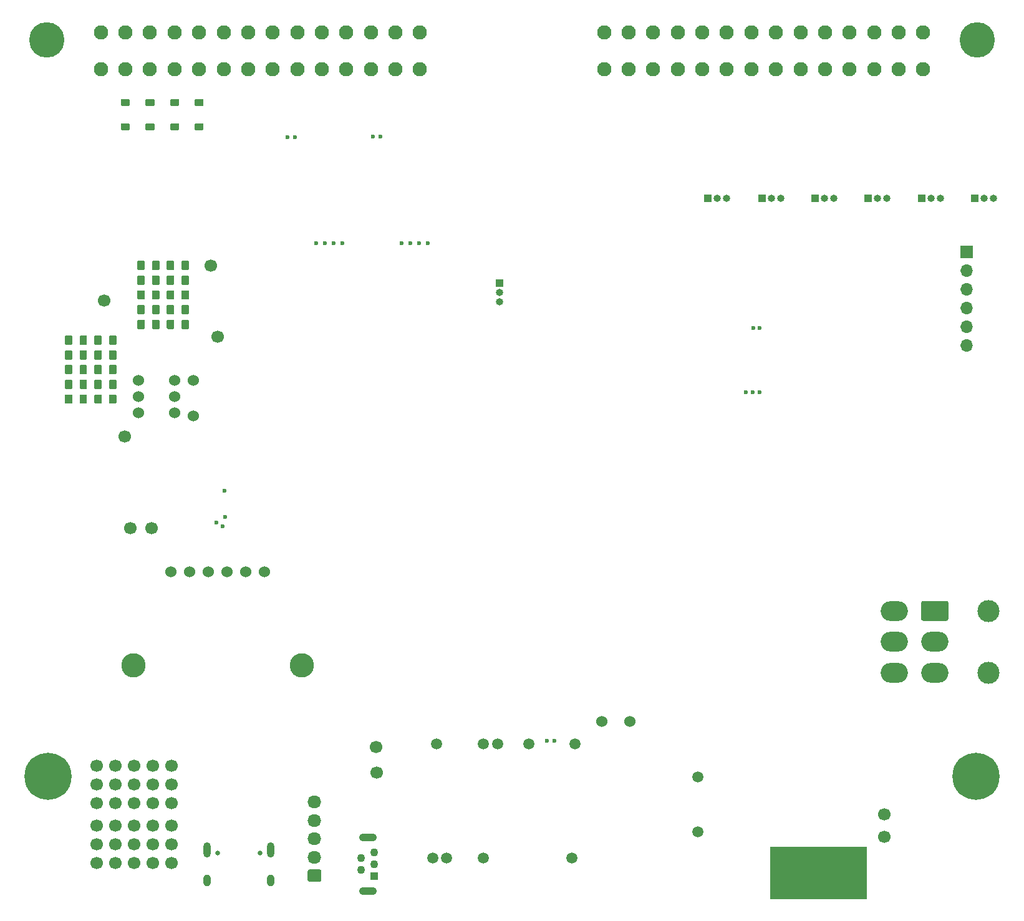
<source format=gbs>
G04 #@! TF.GenerationSoftware,KiCad,Pcbnew,8.0.2-8.0.2-0~ubuntu22.04.1*
G04 #@! TF.CreationDate,2024-05-16T19:59:53+00:00*
G04 #@! TF.ProjectId,uaefi,75616566-692e-46b6-9963-61645f706362,C*
G04 #@! TF.SameCoordinates,Original*
G04 #@! TF.FileFunction,Soldermask,Bot*
G04 #@! TF.FilePolarity,Negative*
%FSLAX46Y46*%
G04 Gerber Fmt 4.6, Leading zero omitted, Abs format (unit mm)*
G04 Created by KiCad (PCBNEW 8.0.2-8.0.2-0~ubuntu22.04.1) date 2024-05-16 19:59:53*
%MOMM*%
%LPD*%
G01*
G04 APERTURE LIST*
%ADD10C,0.120000*%
%ADD11R,1.000000X1.000000*%
%ADD12O,1.000000X1.000000*%
%ADD13C,1.500000*%
%ADD14C,1.700000*%
%ADD15C,0.800000*%
%ADD16C,6.400000*%
%ADD17C,4.800000*%
%ADD18C,1.952400*%
%ADD19C,1.524000*%
%ADD20O,1.850000X1.700000*%
%ADD21C,0.600000*%
%ADD22R,1.100000X1.100000*%
%ADD23C,1.100000*%
%ADD24O,2.400000X1.100000*%
%ADD25C,0.599999*%
%ADD26C,0.650000*%
%ADD27O,1.000000X2.100000*%
%ADD28O,1.000000X1.600000*%
%ADD29R,1.700000X1.700000*%
%ADD30O,1.700000X1.700000*%
%ADD31C,3.302000*%
%ADD32C,3.000000*%
%ADD33O,3.700000X2.700000*%
G04 APERTURE END LIST*
D10*
G04 #@! TO.C,U5*
X115550000Y375000D02*
X102550000Y375000D01*
X102550000Y7375000D01*
X115550000Y7375000D01*
X115550000Y375000D01*
G36*
X115550000Y375000D02*
G01*
X102550000Y375000D01*
X102550000Y7375000D01*
X115550000Y7375000D01*
X115550000Y375000D01*
G37*
G04 #@! TD*
D11*
G04 #@! TO.C,JP3*
X115877500Y95475000D03*
D12*
X117147500Y95475000D03*
X118417500Y95475000D03*
G04 #@! TD*
D11*
G04 #@! TO.C,JP1*
X130317500Y95475000D03*
D12*
X131587500Y95475000D03*
X132857500Y95475000D03*
G04 #@! TD*
D13*
G04 #@! TO.C,BT1*
X92700000Y16924925D03*
X92700000Y9425067D03*
G04 #@! TD*
D14*
G04 #@! TO.C,P8*
X118075000Y11825000D03*
G04 #@! TD*
G04 #@! TO.C,G3*
X11105000Y18382000D03*
X13645000Y18382000D03*
X16185000Y18382000D03*
X18725000Y18382000D03*
X21265000Y18382000D03*
X11105000Y15842000D03*
X13645000Y15842000D03*
X16185000Y15842000D03*
X18725000Y15842000D03*
X21265000Y15842000D03*
X11105000Y13302000D03*
X13645000Y13302000D03*
X16185000Y13302000D03*
X18725000Y13302000D03*
X21265000Y13302000D03*
G04 #@! TD*
G04 #@! TO.C,P1*
X18562505Y50643334D03*
G04 #@! TD*
G04 #@! TO.C,P2*
X15662505Y50643334D03*
G04 #@! TD*
D11*
G04 #@! TO.C,JP7*
X65775000Y83940000D03*
D12*
X65775000Y82670000D03*
X65775000Y81400000D03*
G04 #@! TD*
D14*
G04 #@! TO.C,P15*
X26645000Y86300000D03*
G04 #@! TD*
D15*
G04 #@! TO.C,H1*
X2100000Y17000000D03*
X2802944Y18697056D03*
X2802944Y15302944D03*
X4500000Y19400000D03*
D16*
X4500000Y17000000D03*
D15*
X4500000Y14600000D03*
X6197056Y18697056D03*
X6197056Y15302944D03*
X6900000Y17000000D03*
G04 #@! TD*
D17*
G04 #@! TO.C,J1*
X130700000Y117000000D03*
X4300000Y117000000D03*
D18*
X123330000Y118000000D03*
X119996668Y118000000D03*
X116663337Y118000000D03*
X113330006Y118000000D03*
X109996675Y118000000D03*
X106663343Y118000000D03*
X103330012Y118000000D03*
X99996681Y118000000D03*
X96663350Y118000000D03*
X93330018Y118000000D03*
X89996687Y118000000D03*
X86663356Y118000000D03*
X83330025Y118000000D03*
X79996693Y118000000D03*
X79996693Y113000000D03*
X83330025Y113000000D03*
X86663356Y113000000D03*
X89996687Y113000000D03*
X93330018Y113000000D03*
X96663350Y113000000D03*
X99996681Y113000000D03*
X103330012Y113000000D03*
X106663343Y113000000D03*
X109996675Y113000000D03*
X113330006Y113000000D03*
X116663337Y113000000D03*
X119996668Y113000000D03*
X123330000Y113000000D03*
X55010000Y118000000D03*
X51676669Y118000000D03*
X48343338Y118000000D03*
X45010007Y118000000D03*
X41676675Y118000000D03*
X38343344Y118000000D03*
X35010013Y118000000D03*
X31676682Y118000000D03*
X28343350Y118000000D03*
X25010019Y118000000D03*
X21676688Y118000000D03*
X18343357Y118000000D03*
X15010025Y118000000D03*
X11676694Y118000000D03*
X11676694Y113000000D03*
X15010025Y113000000D03*
X18343357Y113000000D03*
X21676688Y113000000D03*
X25010019Y113000000D03*
X28343350Y113000000D03*
X31676682Y113000000D03*
X35010013Y113000000D03*
X38343344Y113000000D03*
X41676675Y113000000D03*
X45010007Y113000000D03*
X48343338Y113000000D03*
X51676669Y113000000D03*
X55010000Y113000000D03*
G04 #@! TD*
D19*
G04 #@! TO.C,F4*
X21685000Y70725000D03*
X16785000Y70725000D03*
G04 #@! TD*
G04 #@! TO.C,J7*
G36*
G01*
X41365000Y2650000D02*
X40015000Y2650000D01*
G75*
G02*
X39765000Y2900000I0J250000D01*
G01*
X39765000Y4100000D01*
G75*
G02*
X40015000Y4350000I250000J0D01*
G01*
X41365000Y4350000D01*
G75*
G02*
X41615000Y4100000I0J-250000D01*
G01*
X41615000Y2900000D01*
G75*
G02*
X41365000Y2650000I-250000J0D01*
G01*
G37*
D20*
X40690000Y6000000D03*
X40690000Y8500000D03*
X40690000Y11000000D03*
X40690000Y13500000D03*
G04 #@! TD*
D14*
G04 #@! TO.C,P4*
X49105000Y17516000D03*
G04 #@! TD*
D11*
G04 #@! TO.C,JP2*
X123117500Y95475000D03*
D12*
X124387500Y95475000D03*
X125657500Y95475000D03*
G04 #@! TD*
D15*
G04 #@! TO.C,H2*
X128100000Y17000000D03*
X128802944Y18697056D03*
X128802944Y15302944D03*
X130500000Y19400000D03*
D16*
X130500000Y17000000D03*
D15*
X130500000Y14600000D03*
X132197056Y18697056D03*
X132197056Y15302944D03*
X132900000Y17000000D03*
G04 #@! TD*
D14*
G04 #@! TO.C,G4*
X11115000Y10305000D03*
X13655000Y10305000D03*
X16195000Y10305000D03*
X18735000Y10305000D03*
X21275000Y10305000D03*
X11115000Y7765000D03*
X13655000Y7765000D03*
X16195000Y7765000D03*
X18735000Y7765000D03*
X21275000Y7765000D03*
X11115000Y5225000D03*
X13655000Y5225000D03*
X16195000Y5225000D03*
X18735000Y5225000D03*
X21275000Y5225000D03*
G04 #@! TD*
D21*
G04 #@! TO.C,M3*
X42090000Y89362500D03*
X40890000Y89362500D03*
X43290000Y89362500D03*
X44490000Y89362500D03*
X38030000Y103787500D03*
X37030000Y103787500D03*
G04 #@! TD*
D14*
G04 #@! TO.C,P17*
X27570000Y76675000D03*
G04 #@! TD*
D19*
G04 #@! TO.C,F3*
X21685000Y68525000D03*
X16785000Y68525000D03*
G04 #@! TD*
D22*
G04 #@! TO.C,J2*
X48800000Y3450000D03*
D23*
X47050000Y4250000D03*
X48800000Y5050000D03*
X47050000Y5850000D03*
X48800000Y6650000D03*
D24*
X47925000Y1400000D03*
X47925000Y8700000D03*
G04 #@! TD*
D21*
G04 #@! TO.C,M2*
X101125000Y69175000D03*
X100175000Y69175000D03*
X99225002Y69175000D03*
X100225000Y77875000D03*
X101125000Y77875000D03*
G04 #@! TD*
D14*
G04 #@! TO.C,P18*
X14945000Y63125000D03*
G04 #@! TD*
D13*
G04 #@! TO.C,M1*
X57225002Y21374996D03*
X63624999Y21374996D03*
X65525002Y21374996D03*
X69825002Y21374996D03*
D21*
X72224999Y21824995D03*
X73225000Y21824995D03*
D13*
X76075002Y21374996D03*
X56775000Y5874999D03*
X58624999Y5874999D03*
X63575002Y5874999D03*
X75625000Y5874999D03*
G04 #@! TD*
D25*
G04 #@! TO.C,M7*
X28225004Y50899996D03*
X27350002Y51424996D03*
X28525006Y52174994D03*
X28450003Y55724995D03*
G04 #@! TD*
D11*
G04 #@! TO.C,JP4*
X108642500Y95475000D03*
D12*
X109912500Y95475000D03*
X111182500Y95475000D03*
G04 #@! TD*
D11*
G04 #@! TO.C,JP6*
X94047500Y95475000D03*
D12*
X95317500Y95475000D03*
X96587500Y95475000D03*
G04 #@! TD*
D19*
G04 #@! TO.C,F1*
X21685000Y66325000D03*
X16785000Y66325000D03*
G04 #@! TD*
D14*
G04 #@! TO.C,P3*
X49080000Y20941000D03*
G04 #@! TD*
D19*
G04 #@! TO.C,R4*
X83530000Y24425000D03*
X79720000Y24425000D03*
G04 #@! TD*
D14*
G04 #@! TO.C,P7*
X118075000Y8750000D03*
G04 #@! TD*
D26*
G04 #@! TO.C,J9*
X27540000Y6525000D03*
X33320000Y6525000D03*
D27*
X26110000Y7025000D03*
D28*
X26110000Y2845000D03*
D27*
X34750000Y7025000D03*
D28*
X34750000Y2845000D03*
G04 #@! TD*
D21*
G04 #@! TO.C,M4*
X53675000Y89400000D03*
X52475000Y89400000D03*
X54875000Y89400000D03*
X56075000Y89400000D03*
X49615000Y103825000D03*
X48615000Y103825000D03*
G04 #@! TD*
D11*
G04 #@! TO.C,JP5*
X101417500Y95475000D03*
D12*
X102687500Y95475000D03*
X103957500Y95475000D03*
G04 #@! TD*
D19*
G04 #@! TO.C,F2*
X24225000Y70775000D03*
X24225000Y65875000D03*
G04 #@! TD*
D29*
G04 #@! TO.C,J6*
X129225000Y88175000D03*
D30*
X129225000Y85635000D03*
X129225000Y83095000D03*
X129225000Y80555000D03*
X129225000Y78015000D03*
X129225000Y75475000D03*
G04 #@! TD*
D31*
G04 #@! TO.C,U3*
X38973000Y32087000D03*
X16113000Y32087000D03*
D19*
X33893000Y44787000D03*
X31353000Y44787000D03*
X28813000Y44787000D03*
X26273000Y44787000D03*
X23733000Y44787000D03*
X21193000Y44787000D03*
G04 #@! TD*
D32*
G04 #@! TO.C,J3*
X132200000Y39450000D03*
X132200000Y31050000D03*
G36*
G01*
X123300001Y40800000D02*
X126499999Y40800000D01*
G75*
G02*
X126750000Y40549999I0J-250001D01*
G01*
X126750000Y38350001D01*
G75*
G02*
X126499999Y38100000I-250001J0D01*
G01*
X123300001Y38100000D01*
G75*
G02*
X123050000Y38350001I0J250001D01*
G01*
X123050000Y40549999D01*
G75*
G02*
X123300001Y40800000I250001J0D01*
G01*
G37*
D33*
X124900000Y35250000D03*
X124900000Y31050000D03*
X119400000Y39450000D03*
X119400000Y35250000D03*
X119400000Y31050000D03*
G04 #@! TD*
D14*
G04 #@! TO.C,P16*
X12170000Y81575000D03*
G04 #@! TD*
G04 #@! TO.C,C10*
G36*
G01*
X16635000Y77825000D02*
X16635000Y78875000D01*
G75*
G02*
X16735000Y78975000I100000J0D01*
G01*
X17535000Y78975000D01*
G75*
G02*
X17635000Y78875000I0J-100000D01*
G01*
X17635000Y77825000D01*
G75*
G02*
X17535000Y77725000I-100000J0D01*
G01*
X16735000Y77725000D01*
G75*
G02*
X16635000Y77825000I0J100000D01*
G01*
G37*
G36*
G01*
X18635000Y77825000D02*
X18635000Y78875000D01*
G75*
G02*
X18735000Y78975000I100000J0D01*
G01*
X19535000Y78975000D01*
G75*
G02*
X19635000Y78875000I0J-100000D01*
G01*
X19635000Y77825000D01*
G75*
G02*
X19535000Y77725000I-100000J0D01*
G01*
X18735000Y77725000D01*
G75*
G02*
X18635000Y77825000I0J100000D01*
G01*
G37*
G04 #@! TD*
G04 #@! TO.C,D4*
G36*
G01*
X15510000Y104725000D02*
X14490000Y104725000D01*
G75*
G02*
X14400000Y104815000I0J90000D01*
G01*
X14400000Y105535000D01*
G75*
G02*
X14490000Y105625000I90000J0D01*
G01*
X15510000Y105625000D01*
G75*
G02*
X15600000Y105535000I0J-90000D01*
G01*
X15600000Y104815000D01*
G75*
G02*
X15510000Y104725000I-90000J0D01*
G01*
G37*
G36*
G01*
X15510000Y108025000D02*
X14490000Y108025000D01*
G75*
G02*
X14400000Y108115000I0J90000D01*
G01*
X14400000Y108835000D01*
G75*
G02*
X14490000Y108925000I90000J0D01*
G01*
X15510000Y108925000D01*
G75*
G02*
X15600000Y108835000I0J-90000D01*
G01*
X15600000Y108115000D01*
G75*
G02*
X15510000Y108025000I-90000J0D01*
G01*
G37*
G04 #@! TD*
G04 #@! TO.C,C7*
G36*
G01*
X16635000Y83825000D02*
X16635000Y84875000D01*
G75*
G02*
X16735000Y84975000I100000J0D01*
G01*
X17535000Y84975000D01*
G75*
G02*
X17635000Y84875000I0J-100000D01*
G01*
X17635000Y83825000D01*
G75*
G02*
X17535000Y83725000I-100000J0D01*
G01*
X16735000Y83725000D01*
G75*
G02*
X16635000Y83825000I0J100000D01*
G01*
G37*
G36*
G01*
X18635000Y83825000D02*
X18635000Y84875000D01*
G75*
G02*
X18735000Y84975000I100000J0D01*
G01*
X19535000Y84975000D01*
G75*
G02*
X19635000Y84875000I0J-100000D01*
G01*
X19635000Y83825000D01*
G75*
G02*
X19535000Y83725000I-100000J0D01*
G01*
X18735000Y83725000D01*
G75*
G02*
X18635000Y83825000I0J100000D01*
G01*
G37*
G04 #@! TD*
G04 #@! TO.C,C17*
G36*
G01*
X13800000Y70725000D02*
X13800000Y69675000D01*
G75*
G02*
X13700000Y69575000I-100000J0D01*
G01*
X12900000Y69575000D01*
G75*
G02*
X12800000Y69675000I0J100000D01*
G01*
X12800000Y70725000D01*
G75*
G02*
X12900000Y70825000I100000J0D01*
G01*
X13700000Y70825000D01*
G75*
G02*
X13800000Y70725000I0J-100000D01*
G01*
G37*
G36*
G01*
X11800000Y70725000D02*
X11800000Y69675000D01*
G75*
G02*
X11700000Y69575000I-100000J0D01*
G01*
X10900000Y69575000D01*
G75*
G02*
X10800000Y69675000I0J100000D01*
G01*
X10800000Y70725000D01*
G75*
G02*
X10900000Y70825000I100000J0D01*
G01*
X11700000Y70825000D01*
G75*
G02*
X11800000Y70725000I0J-100000D01*
G01*
G37*
G04 #@! TD*
G04 #@! TO.C,C3*
G36*
G01*
X23635000Y82875000D02*
X23635000Y81825000D01*
G75*
G02*
X23535000Y81725000I-100000J0D01*
G01*
X22735000Y81725000D01*
G75*
G02*
X22635000Y81825000I0J100000D01*
G01*
X22635000Y82875000D01*
G75*
G02*
X22735000Y82975000I100000J0D01*
G01*
X23535000Y82975000D01*
G75*
G02*
X23635000Y82875000I0J-100000D01*
G01*
G37*
G36*
G01*
X21635000Y82875000D02*
X21635000Y81825000D01*
G75*
G02*
X21535000Y81725000I-100000J0D01*
G01*
X20735000Y81725000D01*
G75*
G02*
X20635000Y81825000I0J100000D01*
G01*
X20635000Y82875000D01*
G75*
G02*
X20735000Y82975000I100000J0D01*
G01*
X21535000Y82975000D01*
G75*
G02*
X21635000Y82875000I0J-100000D01*
G01*
G37*
G04 #@! TD*
G04 #@! TO.C,C23*
G36*
G01*
X6800000Y67675000D02*
X6800000Y68725000D01*
G75*
G02*
X6900000Y68825000I100000J0D01*
G01*
X7700000Y68825000D01*
G75*
G02*
X7800000Y68725000I0J-100000D01*
G01*
X7800000Y67675000D01*
G75*
G02*
X7700000Y67575000I-100000J0D01*
G01*
X6900000Y67575000D01*
G75*
G02*
X6800000Y67675000I0J100000D01*
G01*
G37*
G36*
G01*
X8800000Y67675000D02*
X8800000Y68725000D01*
G75*
G02*
X8900000Y68825000I100000J0D01*
G01*
X9700000Y68825000D01*
G75*
G02*
X9800000Y68725000I0J-100000D01*
G01*
X9800000Y67675000D01*
G75*
G02*
X9700000Y67575000I-100000J0D01*
G01*
X8900000Y67575000D01*
G75*
G02*
X8800000Y67675000I0J100000D01*
G01*
G37*
G04 #@! TD*
G04 #@! TO.C,C1*
G36*
G01*
X23635000Y86875000D02*
X23635000Y85825000D01*
G75*
G02*
X23535000Y85725000I-100000J0D01*
G01*
X22735000Y85725000D01*
G75*
G02*
X22635000Y85825000I0J100000D01*
G01*
X22635000Y86875000D01*
G75*
G02*
X22735000Y86975000I100000J0D01*
G01*
X23535000Y86975000D01*
G75*
G02*
X23635000Y86875000I0J-100000D01*
G01*
G37*
G36*
G01*
X21635000Y86875000D02*
X21635000Y85825000D01*
G75*
G02*
X21535000Y85725000I-100000J0D01*
G01*
X20735000Y85725000D01*
G75*
G02*
X20635000Y85825000I0J100000D01*
G01*
X20635000Y86875000D01*
G75*
G02*
X20735000Y86975000I100000J0D01*
G01*
X21535000Y86975000D01*
G75*
G02*
X21635000Y86875000I0J-100000D01*
G01*
G37*
G04 #@! TD*
G04 #@! TO.C,C14*
G36*
G01*
X13800000Y76725000D02*
X13800000Y75675000D01*
G75*
G02*
X13700000Y75575000I-100000J0D01*
G01*
X12900000Y75575000D01*
G75*
G02*
X12800000Y75675000I0J100000D01*
G01*
X12800000Y76725000D01*
G75*
G02*
X12900000Y76825000I100000J0D01*
G01*
X13700000Y76825000D01*
G75*
G02*
X13800000Y76725000I0J-100000D01*
G01*
G37*
G36*
G01*
X11800000Y76725000D02*
X11800000Y75675000D01*
G75*
G02*
X11700000Y75575000I-100000J0D01*
G01*
X10900000Y75575000D01*
G75*
G02*
X10800000Y75675000I0J100000D01*
G01*
X10800000Y76725000D01*
G75*
G02*
X10900000Y76825000I100000J0D01*
G01*
X11700000Y76825000D01*
G75*
G02*
X11800000Y76725000I0J-100000D01*
G01*
G37*
G04 #@! TD*
G04 #@! TO.C,C19*
G36*
G01*
X6800000Y75675000D02*
X6800000Y76725000D01*
G75*
G02*
X6900000Y76825000I100000J0D01*
G01*
X7700000Y76825000D01*
G75*
G02*
X7800000Y76725000I0J-100000D01*
G01*
X7800000Y75675000D01*
G75*
G02*
X7700000Y75575000I-100000J0D01*
G01*
X6900000Y75575000D01*
G75*
G02*
X6800000Y75675000I0J100000D01*
G01*
G37*
G36*
G01*
X8800000Y75675000D02*
X8800000Y76725000D01*
G75*
G02*
X8900000Y76825000I100000J0D01*
G01*
X9700000Y76825000D01*
G75*
G02*
X9800000Y76725000I0J-100000D01*
G01*
X9800000Y75675000D01*
G75*
G02*
X9700000Y75575000I-100000J0D01*
G01*
X8900000Y75575000D01*
G75*
G02*
X8800000Y75675000I0J100000D01*
G01*
G37*
G04 #@! TD*
G04 #@! TO.C,C4*
G36*
G01*
X23635000Y80875000D02*
X23635000Y79825000D01*
G75*
G02*
X23535000Y79725000I-100000J0D01*
G01*
X22735000Y79725000D01*
G75*
G02*
X22635000Y79825000I0J100000D01*
G01*
X22635000Y80875000D01*
G75*
G02*
X22735000Y80975000I100000J0D01*
G01*
X23535000Y80975000D01*
G75*
G02*
X23635000Y80875000I0J-100000D01*
G01*
G37*
G36*
G01*
X21635000Y80875000D02*
X21635000Y79825000D01*
G75*
G02*
X21535000Y79725000I-100000J0D01*
G01*
X20735000Y79725000D01*
G75*
G02*
X20635000Y79825000I0J100000D01*
G01*
X20635000Y80875000D01*
G75*
G02*
X20735000Y80975000I100000J0D01*
G01*
X21535000Y80975000D01*
G75*
G02*
X21635000Y80875000I0J-100000D01*
G01*
G37*
G04 #@! TD*
G04 #@! TO.C,D2*
G36*
G01*
X22210000Y104725000D02*
X21190000Y104725000D01*
G75*
G02*
X21100000Y104815000I0J90000D01*
G01*
X21100000Y105535000D01*
G75*
G02*
X21190000Y105625000I90000J0D01*
G01*
X22210000Y105625000D01*
G75*
G02*
X22300000Y105535000I0J-90000D01*
G01*
X22300000Y104815000D01*
G75*
G02*
X22210000Y104725000I-90000J0D01*
G01*
G37*
G36*
G01*
X22210000Y108025000D02*
X21190000Y108025000D01*
G75*
G02*
X21100000Y108115000I0J90000D01*
G01*
X21100000Y108835000D01*
G75*
G02*
X21190000Y108925000I90000J0D01*
G01*
X22210000Y108925000D01*
G75*
G02*
X22300000Y108835000I0J-90000D01*
G01*
X22300000Y108115000D01*
G75*
G02*
X22210000Y108025000I-90000J0D01*
G01*
G37*
G04 #@! TD*
G04 #@! TO.C,C21*
G36*
G01*
X6800000Y71675000D02*
X6800000Y72725000D01*
G75*
G02*
X6900000Y72825000I100000J0D01*
G01*
X7700000Y72825000D01*
G75*
G02*
X7800000Y72725000I0J-100000D01*
G01*
X7800000Y71675000D01*
G75*
G02*
X7700000Y71575000I-100000J0D01*
G01*
X6900000Y71575000D01*
G75*
G02*
X6800000Y71675000I0J100000D01*
G01*
G37*
G36*
G01*
X8800000Y71675000D02*
X8800000Y72725000D01*
G75*
G02*
X8900000Y72825000I100000J0D01*
G01*
X9700000Y72825000D01*
G75*
G02*
X9800000Y72725000I0J-100000D01*
G01*
X9800000Y71675000D01*
G75*
G02*
X9700000Y71575000I-100000J0D01*
G01*
X8900000Y71575000D01*
G75*
G02*
X8800000Y71675000I0J100000D01*
G01*
G37*
G04 #@! TD*
G04 #@! TO.C,C16*
G36*
G01*
X13800000Y72725000D02*
X13800000Y71675000D01*
G75*
G02*
X13700000Y71575000I-100000J0D01*
G01*
X12900000Y71575000D01*
G75*
G02*
X12800000Y71675000I0J100000D01*
G01*
X12800000Y72725000D01*
G75*
G02*
X12900000Y72825000I100000J0D01*
G01*
X13700000Y72825000D01*
G75*
G02*
X13800000Y72725000I0J-100000D01*
G01*
G37*
G36*
G01*
X11800000Y72725000D02*
X11800000Y71675000D01*
G75*
G02*
X11700000Y71575000I-100000J0D01*
G01*
X10900000Y71575000D01*
G75*
G02*
X10800000Y71675000I0J100000D01*
G01*
X10800000Y72725000D01*
G75*
G02*
X10900000Y72825000I100000J0D01*
G01*
X11700000Y72825000D01*
G75*
G02*
X11800000Y72725000I0J-100000D01*
G01*
G37*
G04 #@! TD*
G04 #@! TO.C,C22*
G36*
G01*
X6800000Y69675000D02*
X6800000Y70725000D01*
G75*
G02*
X6900000Y70825000I100000J0D01*
G01*
X7700000Y70825000D01*
G75*
G02*
X7800000Y70725000I0J-100000D01*
G01*
X7800000Y69675000D01*
G75*
G02*
X7700000Y69575000I-100000J0D01*
G01*
X6900000Y69575000D01*
G75*
G02*
X6800000Y69675000I0J100000D01*
G01*
G37*
G36*
G01*
X8800000Y69675000D02*
X8800000Y70725000D01*
G75*
G02*
X8900000Y70825000I100000J0D01*
G01*
X9700000Y70825000D01*
G75*
G02*
X9800000Y70725000I0J-100000D01*
G01*
X9800000Y69675000D01*
G75*
G02*
X9700000Y69575000I-100000J0D01*
G01*
X8900000Y69575000D01*
G75*
G02*
X8800000Y69675000I0J100000D01*
G01*
G37*
G04 #@! TD*
G04 #@! TO.C,D3*
G36*
G01*
X25535000Y104725000D02*
X24515000Y104725000D01*
G75*
G02*
X24425000Y104815000I0J90000D01*
G01*
X24425000Y105535000D01*
G75*
G02*
X24515000Y105625000I90000J0D01*
G01*
X25535000Y105625000D01*
G75*
G02*
X25625000Y105535000I0J-90000D01*
G01*
X25625000Y104815000D01*
G75*
G02*
X25535000Y104725000I-90000J0D01*
G01*
G37*
G36*
G01*
X25535000Y108025000D02*
X24515000Y108025000D01*
G75*
G02*
X24425000Y108115000I0J90000D01*
G01*
X24425000Y108835000D01*
G75*
G02*
X24515000Y108925000I90000J0D01*
G01*
X25535000Y108925000D01*
G75*
G02*
X25625000Y108835000I0J-90000D01*
G01*
X25625000Y108115000D01*
G75*
G02*
X25535000Y108025000I-90000J0D01*
G01*
G37*
G04 #@! TD*
G04 #@! TO.C,C5*
G36*
G01*
X23635000Y78875000D02*
X23635000Y77825000D01*
G75*
G02*
X23535000Y77725000I-100000J0D01*
G01*
X22735000Y77725000D01*
G75*
G02*
X22635000Y77825000I0J100000D01*
G01*
X22635000Y78875000D01*
G75*
G02*
X22735000Y78975000I100000J0D01*
G01*
X23535000Y78975000D01*
G75*
G02*
X23635000Y78875000I0J-100000D01*
G01*
G37*
G36*
G01*
X21635000Y78875000D02*
X21635000Y77825000D01*
G75*
G02*
X21535000Y77725000I-100000J0D01*
G01*
X20735000Y77725000D01*
G75*
G02*
X20635000Y77825000I0J100000D01*
G01*
X20635000Y78875000D01*
G75*
G02*
X20735000Y78975000I100000J0D01*
G01*
X21535000Y78975000D01*
G75*
G02*
X21635000Y78875000I0J-100000D01*
G01*
G37*
G04 #@! TD*
G04 #@! TO.C,C15*
G36*
G01*
X13800000Y74725000D02*
X13800000Y73675000D01*
G75*
G02*
X13700000Y73575000I-100000J0D01*
G01*
X12900000Y73575000D01*
G75*
G02*
X12800000Y73675000I0J100000D01*
G01*
X12800000Y74725000D01*
G75*
G02*
X12900000Y74825000I100000J0D01*
G01*
X13700000Y74825000D01*
G75*
G02*
X13800000Y74725000I0J-100000D01*
G01*
G37*
G36*
G01*
X11800000Y74725000D02*
X11800000Y73675000D01*
G75*
G02*
X11700000Y73575000I-100000J0D01*
G01*
X10900000Y73575000D01*
G75*
G02*
X10800000Y73675000I0J100000D01*
G01*
X10800000Y74725000D01*
G75*
G02*
X10900000Y74825000I100000J0D01*
G01*
X11700000Y74825000D01*
G75*
G02*
X11800000Y74725000I0J-100000D01*
G01*
G37*
G04 #@! TD*
G04 #@! TO.C,C8*
G36*
G01*
X16635000Y81825000D02*
X16635000Y82875000D01*
G75*
G02*
X16735000Y82975000I100000J0D01*
G01*
X17535000Y82975000D01*
G75*
G02*
X17635000Y82875000I0J-100000D01*
G01*
X17635000Y81825000D01*
G75*
G02*
X17535000Y81725000I-100000J0D01*
G01*
X16735000Y81725000D01*
G75*
G02*
X16635000Y81825000I0J100000D01*
G01*
G37*
G36*
G01*
X18635000Y81825000D02*
X18635000Y82875000D01*
G75*
G02*
X18735000Y82975000I100000J0D01*
G01*
X19535000Y82975000D01*
G75*
G02*
X19635000Y82875000I0J-100000D01*
G01*
X19635000Y81825000D01*
G75*
G02*
X19535000Y81725000I-100000J0D01*
G01*
X18735000Y81725000D01*
G75*
G02*
X18635000Y81825000I0J100000D01*
G01*
G37*
G04 #@! TD*
G04 #@! TO.C,C9*
G36*
G01*
X16635000Y79825000D02*
X16635000Y80875000D01*
G75*
G02*
X16735000Y80975000I100000J0D01*
G01*
X17535000Y80975000D01*
G75*
G02*
X17635000Y80875000I0J-100000D01*
G01*
X17635000Y79825000D01*
G75*
G02*
X17535000Y79725000I-100000J0D01*
G01*
X16735000Y79725000D01*
G75*
G02*
X16635000Y79825000I0J100000D01*
G01*
G37*
G36*
G01*
X18635000Y79825000D02*
X18635000Y80875000D01*
G75*
G02*
X18735000Y80975000I100000J0D01*
G01*
X19535000Y80975000D01*
G75*
G02*
X19635000Y80875000I0J-100000D01*
G01*
X19635000Y79825000D01*
G75*
G02*
X19535000Y79725000I-100000J0D01*
G01*
X18735000Y79725000D01*
G75*
G02*
X18635000Y79825000I0J100000D01*
G01*
G37*
G04 #@! TD*
G04 #@! TO.C,C6*
G36*
G01*
X16635000Y85825000D02*
X16635000Y86875000D01*
G75*
G02*
X16735000Y86975000I100000J0D01*
G01*
X17535000Y86975000D01*
G75*
G02*
X17635000Y86875000I0J-100000D01*
G01*
X17635000Y85825000D01*
G75*
G02*
X17535000Y85725000I-100000J0D01*
G01*
X16735000Y85725000D01*
G75*
G02*
X16635000Y85825000I0J100000D01*
G01*
G37*
G36*
G01*
X18635000Y85825000D02*
X18635000Y86875000D01*
G75*
G02*
X18735000Y86975000I100000J0D01*
G01*
X19535000Y86975000D01*
G75*
G02*
X19635000Y86875000I0J-100000D01*
G01*
X19635000Y85825000D01*
G75*
G02*
X19535000Y85725000I-100000J0D01*
G01*
X18735000Y85725000D01*
G75*
G02*
X18635000Y85825000I0J100000D01*
G01*
G37*
G04 #@! TD*
G04 #@! TO.C,D5*
G36*
G01*
X18860000Y104725000D02*
X17840000Y104725000D01*
G75*
G02*
X17750000Y104815000I0J90000D01*
G01*
X17750000Y105535000D01*
G75*
G02*
X17840000Y105625000I90000J0D01*
G01*
X18860000Y105625000D01*
G75*
G02*
X18950000Y105535000I0J-90000D01*
G01*
X18950000Y104815000D01*
G75*
G02*
X18860000Y104725000I-90000J0D01*
G01*
G37*
G36*
G01*
X18860000Y108025000D02*
X17840000Y108025000D01*
G75*
G02*
X17750000Y108115000I0J90000D01*
G01*
X17750000Y108835000D01*
G75*
G02*
X17840000Y108925000I90000J0D01*
G01*
X18860000Y108925000D01*
G75*
G02*
X18950000Y108835000I0J-90000D01*
G01*
X18950000Y108115000D01*
G75*
G02*
X18860000Y108025000I-90000J0D01*
G01*
G37*
G04 #@! TD*
G04 #@! TO.C,C2*
G36*
G01*
X23635000Y84875000D02*
X23635000Y83825000D01*
G75*
G02*
X23535000Y83725000I-100000J0D01*
G01*
X22735000Y83725000D01*
G75*
G02*
X22635000Y83825000I0J100000D01*
G01*
X22635000Y84875000D01*
G75*
G02*
X22735000Y84975000I100000J0D01*
G01*
X23535000Y84975000D01*
G75*
G02*
X23635000Y84875000I0J-100000D01*
G01*
G37*
G36*
G01*
X21635000Y84875000D02*
X21635000Y83825000D01*
G75*
G02*
X21535000Y83725000I-100000J0D01*
G01*
X20735000Y83725000D01*
G75*
G02*
X20635000Y83825000I0J100000D01*
G01*
X20635000Y84875000D01*
G75*
G02*
X20735000Y84975000I100000J0D01*
G01*
X21535000Y84975000D01*
G75*
G02*
X21635000Y84875000I0J-100000D01*
G01*
G37*
G04 #@! TD*
G04 #@! TO.C,C18*
G36*
G01*
X13800000Y68725000D02*
X13800000Y67675000D01*
G75*
G02*
X13700000Y67575000I-100000J0D01*
G01*
X12900000Y67575000D01*
G75*
G02*
X12800000Y67675000I0J100000D01*
G01*
X12800000Y68725000D01*
G75*
G02*
X12900000Y68825000I100000J0D01*
G01*
X13700000Y68825000D01*
G75*
G02*
X13800000Y68725000I0J-100000D01*
G01*
G37*
G36*
G01*
X11800000Y68725000D02*
X11800000Y67675000D01*
G75*
G02*
X11700000Y67575000I-100000J0D01*
G01*
X10900000Y67575000D01*
G75*
G02*
X10800000Y67675000I0J100000D01*
G01*
X10800000Y68725000D01*
G75*
G02*
X10900000Y68825000I100000J0D01*
G01*
X11700000Y68825000D01*
G75*
G02*
X11800000Y68725000I0J-100000D01*
G01*
G37*
G04 #@! TD*
G04 #@! TO.C,C20*
G36*
G01*
X6800000Y73675000D02*
X6800000Y74725000D01*
G75*
G02*
X6900000Y74825000I100000J0D01*
G01*
X7700000Y74825000D01*
G75*
G02*
X7800000Y74725000I0J-100000D01*
G01*
X7800000Y73675000D01*
G75*
G02*
X7700000Y73575000I-100000J0D01*
G01*
X6900000Y73575000D01*
G75*
G02*
X6800000Y73675000I0J100000D01*
G01*
G37*
G36*
G01*
X8800000Y73675000D02*
X8800000Y74725000D01*
G75*
G02*
X8900000Y74825000I100000J0D01*
G01*
X9700000Y74825000D01*
G75*
G02*
X9800000Y74725000I0J-100000D01*
G01*
X9800000Y73675000D01*
G75*
G02*
X9700000Y73575000I-100000J0D01*
G01*
X8900000Y73575000D01*
G75*
G02*
X8800000Y73675000I0J100000D01*
G01*
G37*
G04 #@! TD*
M02*

</source>
